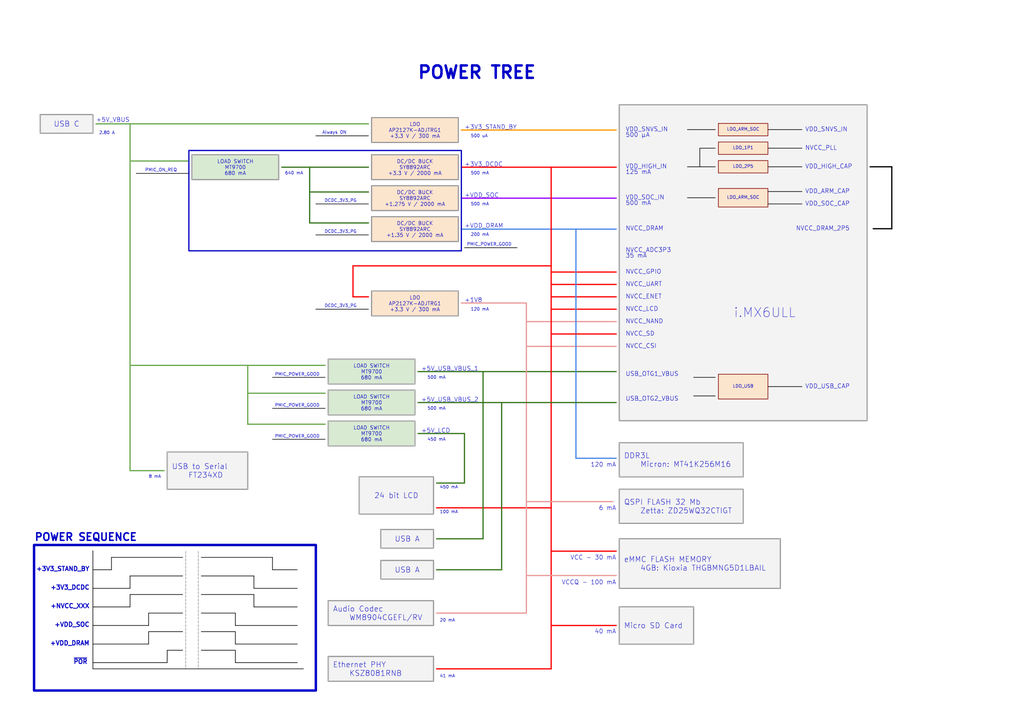
<source format=kicad_sch>
(kicad_sch
	(version 20250114)
	(generator "eeschema")
	(generator_version "9.0")
	(uuid "00578cd8-f4f4-4bf4-b4e3-52cbb688d8c6")
	(paper "A3")
	(title_block
		(title "i.MX6 Demo Board")
		(date "2026-02-16")
		(rev "01")
		(company "ts-manuel")
	)
	(lib_symbols)
	(rectangle
		(start 314.96 50.6222)
		(end 294.64 55.7022)
		(stroke
			(width 0.254)
			(type solid)
			(color 128 0 0 1)
		)
		(fill
			(type color)
			(color 252 229 205 1)
		)
		(uuid 1521be62-fe8a-4f1a-b49e-f5c5a6ce7605)
	)
	(rectangle
		(start 13.97 223.52)
		(end 129.54 283.21)
		(stroke
			(width 1)
			(type default)
		)
		(fill
			(type none)
		)
		(uuid 71bb15f5-ea65-4d3f-a000-a51242a40890)
	)
	(rectangle
		(start 314.96 77.2922)
		(end 294.64 84.9122)
		(stroke
			(width 0.254)
			(type solid)
			(color 128 0 0 1)
		)
		(fill
			(type color)
			(color 252 229 205 1)
		)
		(uuid 854afa2b-b5be-431c-b03d-c3613650d83f)
	)
	(rectangle
		(start 314.96 65.8622)
		(end 294.64 70.9422)
		(stroke
			(width 0.254)
			(type solid)
			(color 128 0 0 1)
		)
		(fill
			(type color)
			(color 252 229 205 1)
		)
		(uuid 9bfa61db-b5c8-4816-91e0-748472709fd0)
	)
	(rectangle
		(start 314.96 153.4922)
		(end 294.64 163.6522)
		(stroke
			(width 0.254)
			(type solid)
			(color 128 0 0 1)
		)
		(fill
			(type color)
			(color 252 229 205 1)
		)
		(uuid b3054910-9eb1-4520-a0be-a0d4f0f4fdc8)
	)
	(rectangle
		(start 254 43.0022)
		(end 355.6 172.5422)
		(stroke
			(width 0.508)
			(type solid)
			(color 153 153 153 1)
		)
		(fill
			(type color)
			(color 243 243 243 1)
		)
		(uuid c935a711-df38-43c5-87a0-644c1a295b5b)
	)
	(rectangle
		(start 77.47 61.722)
		(end 189.23 102.87)
		(stroke
			(width 0.5)
			(type default)
		)
		(fill
			(type none)
		)
		(uuid c9d52e32-b886-4aa6-8af0-bdec53dd766c)
	)
	(rectangle
		(start 314.96 58.2422)
		(end 294.64 63.3222)
		(stroke
			(width 0.254)
			(type solid)
			(color 128 0 0 1)
		)
		(fill
			(type color)
			(color 252 229 205 1)
		)
		(uuid dda0a3ae-7ad2-4809-b2e3-531b625897d6)
	)
	(text ""
		(exclude_from_sim no)
		(at 302.26 208.1022 0)
		(effects
			(font
				(size 1.27 1.27)
			)
			(justify left)
		)
		(uuid "02e3c07d-c9d0-4ee8-9f83-3d410881f512")
	)
	(text "+5V_LCD"
		(exclude_from_sim no)
		(at 172.72 177.8 0)
		(effects
			(font
				(size 1.778 1.778)
			)
			(justify left bottom)
		)
		(uuid "0b3f125d-037b-4548-b59b-e8f9cad2b6b8")
	)
	(text "125 mA"
		(exclude_from_sim no)
		(at 256.54 69.6722 0)
		(effects
			(font
				(size 1.778 1.778)
			)
			(justify left top)
		)
		(uuid "0e06860c-a32c-48bf-9246-f6cd5373a449")
	)
	(text "500 uA"
		(exclude_from_sim no)
		(at 193.04 55.88 0)
		(effects
			(font
				(size 1.27 1.27)
			)
			(justify left)
		)
		(uuid "12df0d57-5f3f-4762-b850-e34b0249bb62")
	)
	(text "VDD_SOC_IN"
		(exclude_from_sim no)
		(at 256.54 81.1022 0)
		(effects
			(font
				(size 1.778 1.778)
			)
			(justify left)
		)
		(uuid "140abeb8-c11e-4456-a084-9060215c3795")
	)
	(text "NVCC_NAND"
		(exclude_from_sim no)
		(at 256.54 131.9022 0)
		(effects
			(font
				(size 1.778 1.778)
			)
			(justify left)
		)
		(uuid "1a302f49-5232-4346-9ce9-982cfe62b303")
	)
	(text "+VDD_DRAM"
		(exclude_from_sim no)
		(at 190.5 93.8022 0)
		(effects
			(font
				(size 1.778 1.778)
			)
			(justify left bottom)
		)
		(uuid "20f8b0b8-ad4b-4827-af3c-b29c8f5d4d0a")
	)
	(text "+3V3_DCDC"
		(exclude_from_sim no)
		(at 36.83 241.1222 0)
		(effects
			(font
				(size 1.8 1.8)
				(bold yes)
			)
			(justify right)
		)
		(uuid "212d42c0-678f-418b-baf6-4b2276ec93d3")
	)
	(text "NVCC_DRAM"
		(exclude_from_sim no)
		(at 256.54 93.8022 0)
		(effects
			(font
				(size 1.778 1.778)
			)
			(justify left)
		)
		(uuid "25fa729d-42d8-4e44-a488-03dcf22be0ed")
	)
	(text "VDD_SNVS_IN"
		(exclude_from_sim no)
		(at 330.2 53.1622 0)
		(effects
			(font
				(size 1.778 1.778)
			)
			(justify left)
		)
		(uuid "2798a035-8de8-4be4-8d11-3fe60d4c30ce")
	)
	(text "450 mA"
		(exclude_from_sim no)
		(at 180.34 200.66 0)
		(effects
			(font
				(size 1.27 1.27)
			)
			(justify left bottom)
		)
		(uuid "2826b154-4557-4de0-b1ad-afc0dd6cb42e")
	)
	(text "8 mA"
		(exclude_from_sim no)
		(at 60.96 195.58 0)
		(effects
			(font
				(size 1.27 1.27)
			)
			(justify left)
		)
		(uuid "2cce798f-fa1c-4d72-924d-838a7fec83cb")
	)
	(text "POWER SEQUENCE"
		(exclude_from_sim no)
		(at 13.97 222.25 0)
		(effects
			(font
				(size 3.048 3.048)
				(bold yes)
			)
			(justify left bottom)
		)
		(uuid "3099e724-fa4b-4375-b46f-be77bef6f602")
	)
	(text "VDD_ARM_CAP"
		(exclude_from_sim no)
		(at 330.2 78.5622 0)
		(effects
			(font
				(size 1.778 1.778)
			)
			(justify left)
		)
		(uuid "34d07535-fd42-4238-8233-8dfbc41fb0a3")
	)
	(text "2.80 A"
		(exclude_from_sim no)
		(at 40.64 54.61 0)
		(effects
			(font
				(size 1.27 1.27)
			)
			(justify left)
		)
		(uuid "3602d7d4-e9ea-4568-bd14-8c61d6a140a5")
	)
	(text "VDD_USB_CAP"
		(exclude_from_sim no)
		(at 330.2 158.5722 0)
		(effects
			(font
				(size 1.778 1.778)
			)
			(justify left)
		)
		(uuid "37ff2645-635a-4605-8f51-70f1f69fe026")
	)
	(text "NVCC_UART"
		(exclude_from_sim no)
		(at 256.54 116.6622 0)
		(effects
			(font
				(size 1.778 1.778)
			)
			(justify left)
		)
		(uuid "3a092e76-91d2-4e9a-ab63-482ddc1e19cf")
	)
	(text "PMIC_POWER_GOOD"
		(exclude_from_sim no)
		(at 200.66 100.33 0)
		(effects
			(font
				(size 1.27 1.27)
			)
		)
		(uuid "3a3cec7f-7c97-460c-8a28-765c7d039056")
	)
	(text "+3V3_STAND_BY"
		(exclude_from_sim no)
		(at 36.83 233.5022 0)
		(effects
			(font
				(size 1.8 1.8)
				(bold yes)
			)
			(justify right)
		)
		(uuid "403169d0-a25c-4ef1-94c1-b88d923a3b99")
	)
	(text "i.MX6ULL"
		(exclude_from_sim no)
		(at 313.69 130.6322 0)
		(effects
			(font
				(size 3.81 3.81)
			)
			(justify bottom)
		)
		(uuid "403acee6-048a-4cbe-bb05-e529bbb577c6")
	)
	(text "500 mA"
		(exclude_from_sim no)
		(at 175.26 154.94 0)
		(effects
			(font
				(size 1.27 1.27)
			)
			(justify left)
		)
		(uuid "40841df2-b035-484e-bda6-e141802c4bc8")
	)
	(text "VDD_HIGH_CAP"
		(exclude_from_sim no)
		(at 330.2 68.4022 0)
		(effects
			(font
				(size 1.778 1.778)
			)
			(justify left)
		)
		(uuid "40f0eb1f-bb97-47df-8aad-5f29e5742ebc")
	)
	(text "NVCC_ENET"
		(exclude_from_sim no)
		(at 256.54 121.7422 0)
		(effects
			(font
				(size 1.778 1.778)
			)
			(justify left)
		)
		(uuid "488364ba-e838-4e3d-8127-fe9500e6622d")
	)
	(text "120 mA"
		(exclude_from_sim no)
		(at 252.73 191.77 0)
		(effects
			(font
				(size 1.778 1.778)
			)
			(justify right bottom)
		)
		(uuid "48b5d42d-7f5b-4202-a137-f651de275387")
	)
	(text "VCCQ - 100 mA"
		(exclude_from_sim no)
		(at 252.73 240.03 0)
		(effects
			(font
				(size 1.778 1.778)
			)
			(justify right bottom)
		)
		(uuid "4bc95edd-0cd7-4137-abf9-dbb5a2293bb2")
	)
	(text "NVCC_GPIO"
		(exclude_from_sim no)
		(at 256.54 111.5822 0)
		(effects
			(font
				(size 1.778 1.778)
			)
			(justify left)
		)
		(uuid "4c3b61cb-2621-4f84-9360-cd1ed2c5c051")
	)
	(text "+VDD_SOC"
		(exclude_from_sim no)
		(at 36.83 256.3622 0)
		(effects
			(font
				(size 1.8 1.8)
				(bold yes)
			)
			(justify right)
		)
		(uuid "4d0d0f11-4be1-47a1-a9bc-7757e8206d3f")
	)
	(text "LDO_USB"
		(exclude_from_sim no)
		(at 304.8 158.5722 0)
		(effects
			(font
				(size 1.27 1.27)
			)
		)
		(uuid "4f9bfbbf-351f-45c5-96b5-26764f737966")
	)
	(text "450 mA"
		(exclude_from_sim no)
		(at 175.26 180.34 0)
		(effects
			(font
				(size 1.27 1.27)
			)
			(justify left)
		)
		(uuid "501197bf-7cfd-4a98-a023-7d5e6e3bc180")
	)
	(text "NVCC_SD"
		(exclude_from_sim no)
		(at 256.54 136.9822 0)
		(effects
			(font
				(size 1.778 1.778)
			)
			(justify left)
		)
		(uuid "521ee701-e48c-43d4-a36d-b89a4eabe871")
	)
	(text "120 mA"
		(exclude_from_sim no)
		(at 193.04 127 0)
		(effects
			(font
				(size 1.27 1.27)
			)
			(justify left)
		)
		(uuid "5769108f-601c-4287-a84d-9d8fea69bfe7")
	)
	(text "+3V3_DCDC"
		(exclude_from_sim no)
		(at 190.5 68.58 0)
		(effects
			(font
				(size 1.778 1.778)
			)
			(justify left bottom)
		)
		(uuid "5a53be9b-40de-4703-9f2c-b22ed48d5662")
	)
	(text "Always ON"
		(exclude_from_sim no)
		(at 137.16 54.4322 0)
		(effects
			(font
				(size 1.27 1.27)
			)
		)
		(uuid "5bd2e7de-7a3a-4b19-a089-d1af430ad148")
	)
	(text "VCC - 30 mA"
		(exclude_from_sim no)
		(at 252.73 229.87 0)
		(effects
			(font
				(size 1.778 1.778)
			)
			(justify right bottom)
		)
		(uuid "5e09ee7d-2ecc-4716-926e-277c3825a5bf")
	)
	(text "NVCC_PLL"
		(exclude_from_sim no)
		(at 330.2 60.7822 0)
		(effects
			(font
				(size 1.778 1.778)
			)
			(justify left)
		)
		(uuid "67fecc0e-d8af-4b69-90fe-53575770aa30")
	)
	(text "PMIC_POWER_GOOD"
		(exclude_from_sim no)
		(at 121.92 179.07 0)
		(effects
			(font
				(size 1.27 1.27)
			)
		)
		(uuid "6b9fdd72-233a-4f16-9b78-d1d0c8e94360")
	)
	(text "LDO_ARM_SOC"
		(exclude_from_sim no)
		(at 304.8 81.1022 0)
		(effects
			(font
				(size 1.27 1.27)
			)
		)
		(uuid "6bd52af5-5ce8-42bc-929c-b1174c0d8d4b")
	)
	(text "USB_OTG1_VBUS"
		(exclude_from_sim no)
		(at 256.54 153.4922 0)
		(effects
			(font
				(size 1.778 1.778)
			)
			(justify left)
		)
		(uuid "6ed1ad3b-b6dd-42e2-8628-d08ccae47238")
	)
	(text "41 mA"
		(exclude_from_sim no)
		(at 180.34 278.13 0)
		(effects
			(font
				(size 1.27 1.27)
			)
			(justify left bottom)
		)
		(uuid "71f772b7-3ab1-467a-8cdb-e410e2af7901")
	)
	(text "DCDC_3V3_PG"
		(exclude_from_sim no)
		(at 139.7 82.3722 0)
		(effects
			(font
				(size 1.27 1.27)
			)
		)
		(uuid "72043abd-0b32-40b0-a49d-31f3c966d207")
	)
	(text "500 µA"
		(exclude_from_sim no)
		(at 256.54 54.4322 0)
		(effects
			(font
				(size 1.778 1.778)
			)
			(justify left top)
		)
		(uuid "73222e87-4354-43f9-af85-81075b735cd0")
	)
	(text "PMIC_POWER_GOOD"
		(exclude_from_sim no)
		(at 121.92 153.67 0)
		(effects
			(font
				(size 1.27 1.27)
			)
		)
		(uuid "74acdc7d-10a0-48cc-8607-56107ef50d3d")
	)
	(text "200 mA"
		(exclude_from_sim no)
		(at 193.04 96.3422 0)
		(effects
			(font
				(size 1.27 1.27)
			)
			(justify left)
		)
		(uuid "75a4066b-751b-43ca-bdc1-d61d8b86d277")
	)
	(text "100 mA"
		(exclude_from_sim no)
		(at 180.34 210.82 0)
		(effects
			(font
				(size 1.27 1.27)
			)
			(justify left bottom)
		)
		(uuid "792121b6-6a8f-46b0-b8e2-aea69b915358")
	)
	(text "NVCC_DRAM_2P5"
		(exclude_from_sim no)
		(at 326.39 93.8022 0)
		(effects
			(font
				(size 1.778 1.778)
			)
			(justify left)
		)
		(uuid "7c8c3ae3-e41b-40d2-bed6-b6be1969d370")
	)
	(text "VDD_SNVS_IN"
		(exclude_from_sim no)
		(at 256.54 53.1622 0)
		(effects
			(font
				(size 1.778 1.778)
			)
			(justify left)
		)
		(uuid "7dd17b10-0ba3-4063-bf19-2a584d76045e")
	)
	(text "500 mA"
		(exclude_from_sim no)
		(at 193.04 71.12 0)
		(effects
			(font
				(size 1.27 1.27)
			)
			(justify left)
		)
		(uuid "83db50e7-2c9f-4640-a834-6fefcde2fee1")
	)
	(text "DCDC_3V3_PG"
		(exclude_from_sim no)
		(at 139.7 125.5522 0)
		(effects
			(font
				(size 1.27 1.27)
			)
		)
		(uuid "884d2fc5-d003-49bc-bbf9-adc243503a61")
	)
	(text "640 mA"
		(exclude_from_sim no)
		(at 116.84 71.12 0)
		(effects
			(font
				(size 1.27 1.27)
			)
			(justify left)
		)
		(uuid "89188325-be55-4d17-abe6-e3bc7e6160a0")
	)
	(text "500 mA"
		(exclude_from_sim no)
		(at 256.54 82.3722 0)
		(effects
			(font
				(size 1.778 1.778)
			)
			(justify left top)
		)
		(uuid "8b63491b-7266-470a-924a-c78e8af9ee43")
	)
	(text "500 mA"
		(exclude_from_sim no)
		(at 175.26 167.64 0)
		(effects
			(font
				(size 1.27 1.27)
			)
			(justify left)
		)
		(uuid "8c3a0824-941a-4cfa-8e16-465924b8edfb")
	)
	(text "20 mA"
		(exclude_from_sim no)
		(at 180.34 255.27 0)
		(effects
			(font
				(size 1.27 1.27)
			)
			(justify left bottom)
		)
		(uuid "8ddcfc98-8b07-4ccb-bed5-0595e0aa8930")
	)
	(text "PMIC_ON_REQ"
		(exclude_from_sim no)
		(at 66.04 69.85 0)
		(effects
			(font
				(size 1.27 1.27)
			)
		)
		(uuid "9086d82b-ad20-4c83-827b-9bd7529c8d21")
	)
	(text "~{POR}"
		(exclude_from_sim no)
		(at 33.02 271.6022 0)
		(effects
			(font
				(size 1.8 1.8)
				(bold yes)
			)
		)
		(uuid "9a768707-c066-4b8a-b902-cbc67919a947")
	)
	(text "PMIC_POWER_GOOD"
		(exclude_from_sim no)
		(at 121.92 166.37 0)
		(effects
			(font
				(size 1.27 1.27)
			)
		)
		(uuid "9f16af31-cd10-41c0-9521-722f0b6441a3")
	)
	(text "500 mA"
		(exclude_from_sim no)
		(at 193.04 83.82 0)
		(effects
			(font
				(size 1.27 1.27)
			)
			(justify left)
		)
		(uuid "9fb7594e-5213-413d-8cde-650c495cb366")
	)
	(text "+VDD_DRAM"
		(exclude_from_sim no)
		(at 36.83 263.9822 0)
		(effects
			(font
				(size 1.8 1.8)
				(bold yes)
			)
			(justify right)
		)
		(uuid "a0f68fa9-5b39-44aa-9929-f81bc2af0240")
	)
	(text "POWER TREE"
		(exclude_from_sim no)
		(at 195.58 32.8422 0)
		(effects
			(font
				(size 5.08 5.08)
				(bold yes)
			)
			(justify bottom)
		)
		(uuid "a43e2078-f09c-48c8-ad1d-c63c04b94cc4")
	)
	(text "+VDD_SOC"
		(exclude_from_sim no)
		(at 190.5 81.28 0)
		(effects
			(font
				(size 1.778 1.778)
			)
			(justify left bottom)
		)
		(uuid "a92e699b-83ff-4de1-b9ac-1652739d601a")
	)
	(text "+1V8"
		(exclude_from_sim no)
		(at 190.5 124.2822 0)
		(effects
			(font
				(size 1.778 1.778)
			)
			(justify left bottom)
		)
		(uuid "ab65b166-d99b-42bc-9aa4-0a110c86d7df")
	)
	(text "+3V3_STAND_BY"
		(exclude_from_sim no)
		(at 190.5 53.34 0)
		(effects
			(font
				(size 1.778 1.778)
			)
			(justify left bottom)
		)
		(uuid "ac0c2368-ecfc-411a-9989-69d35f3ce557")
	)
	(text "VDD_HIGH_IN"
		(exclude_from_sim no)
		(at 256.54 68.4022 0)
		(effects
			(font
				(size 1.778 1.778)
			)
			(justify left)
		)
		(uuid "b78555bc-4933-4635-ab61-3f272b33716d")
	)
	(text "USB_OTG2_VBUS"
		(exclude_from_sim no)
		(at 256.54 163.6522 0)
		(effects
			(font
				(size 1.778 1.778)
			)
			(justify left)
		)
		(uuid "bcafd2d2-d916-408f-833a-0e18d64e70cb")
	)
	(text "NVCC_ADC3P3"
		(exclude_from_sim no)
		(at 256.54 102.6922 0)
		(effects
			(font
				(size 1.778 1.778)
			)
			(justify left)
		)
		(uuid "c24088c7-bf11-4389-8ef0-e072420608bd")
	)
	(text "+5V_USB_VBUS_2"
		(exclude_from_sim no)
		(at 172.72 165.1 0)
		(effects
			(font
				(size 1.778 1.778)
			)
			(justify left bottom)
		)
		(uuid "c48da855-45f3-4caa-a4d1-dc9f40002a6d")
	)
	(text "+NVCC_XXX"
		(exclude_from_sim no)
		(at 36.83 248.7422 0)
		(effects
			(font
				(size 1.8 1.8)
				(bold yes)
			)
			(justify right)
		)
		(uuid "c77a2ef6-fddc-45bb-af8a-335775915c93")
	)
	(text "NVCC_CSI"
		(exclude_from_sim no)
		(at 256.54 142.0622 0)
		(effects
			(font
				(size 1.778 1.778)
			)
			(justify left)
		)
		(uuid "c83451c8-744e-44f0-a25c-f743fe17243f")
	)
	(text "LDO_1P1"
		(exclude_from_sim no)
		(at 304.8 60.7822 0)
		(effects
			(font
				(size 1.27 1.27)
			)
		)
		(uuid "c946fd54-b1aa-4e7e-b8e9-863f9c880d95")
	)
	(text "6 mA"
		(exclude_from_sim no)
		(at 252.73 209.55 0)
		(effects
			(font
				(size 1.778 1.778)
			)
			(justify right bottom)
		)
		(uuid "c9c2b4a9-a341-4772-a69a-677b7cad725a")
	)
	(text "LDO_2P5"
		(exclude_from_sim no)
		(at 304.8 68.4022 0)
		(effects
			(font
				(size 1.27 1.27)
			)
		)
		(uuid "cc0cd582-33b1-415d-b008-58f8244a207b")
	)
	(text "NVCC_LCD"
		(exclude_from_sim no)
		(at 256.54 126.8222 0)
		(effects
			(font
				(size 1.778 1.778)
			)
			(justify left)
		)
		(uuid "cf98befe-f6a8-4de1-bfd3-4cf3ffd0e6d9")
	)
	(text "+5V_VBUS"
		(exclude_from_sim no)
		(at 39.37 48.26 0)
		(effects
			(font
				(size 1.778 1.778)
			)
			(justify left top)
		)
		(uuid "d556685b-9e73-4540-96ac-1f2e0c0e135b")
	)
	(text "+5V_USB_VBUS_1"
		(exclude_from_sim no)
		(at 172.72 152.4 0)
		(effects
			(font
				(size 1.778 1.778)
			)
			(justify left bottom)
		)
		(uuid "d7e3826d-5896-44c1-b30c-b8fc02ff1033")
	)
	(text "LDO_ARM_SOC"
		(exclude_from_sim no)
		(at 304.8 53.1622 0)
		(effects
			(font
				(size 1.27 1.27)
			)
		)
		(uuid "e87ba1d8-14c1-46cd-aeb2-a748de4d1927")
	)
	(text "35 mA"
		(exclude_from_sim no)
		(at 256.54 103.9622 0)
		(effects
			(font
				(size 1.778 1.778)
			)
			(justify left top)
		)
		(uuid "ea6de34d-35f9-4e70-9a8e-14e55713032b")
	)
	(text "VDD_SOC_CAP"
		(exclude_from_sim no)
		(at 330.2 83.6422 0)
		(effects
			(font
				(size 1.778 1.778)
			)
			(justify left)
		)
		(uuid "f217ea6e-9dfd-4817-8e74-7d099d1276ee")
	)
	(text "DCDC_3V3_PG"
		(exclude_from_sim no)
		(at 139.7 95.0722 0)
		(effects
			(font
				(size 1.27 1.27)
			)
		)
		(uuid "f6378093-092c-42ac-9a51-9af6cd4e5cd8")
	)
	(text "40 mA"
		(exclude_from_sim no)
		(at 252.73 260.1722 0)
		(effects
			(font
				(size 1.778 1.778)
			)
			(justify right bottom)
		)
		(uuid "fac96306-f7e7-49c7-b4e1-2119871ff358")
	)
	(text_box "LDO\nAP2127K-ADJTRG1\n+3.3 V / 300 mA"
		(exclude_from_sim no)
		(at 152.4 119.38 0)
		(size 35.56 10.16)
		(margins 1.375 1.375 1.375 1.375)
		(stroke
			(width 0.5)
			(type default)
			(color 153 153 153 1)
		)
		(fill
			(type color)
			(color 252 229 205 1)
		)
		(effects
			(font
				(size 1.5 1.5)
			)
		)
		(uuid "08f2434e-e114-4fe3-950c-6706e3c22448")
	)
	(text_box "Ethernet PHY\n    KSZ8081RNB"
		(exclude_from_sim no)
		(at 134.62 269.24 0)
		(size 43.18 10.16)
		(margins 1.9 1.9 1.9 1.9)
		(stroke
			(width 0.5)
			(type default)
			(color 153 153 153 1)
		)
		(fill
			(type color)
			(color 243 243 243 1)
		)
		(effects
			(font
				(size 2.2 2.2)
			)
			(justify left)
		)
		(uuid "0fb2e689-f437-4777-9ab1-7ed9ea71310e")
	)
	(text_box "LOAD SWITCH\nMT9700\n680 mA"
		(exclude_from_sim no)
		(at 78.74 63.5 0)
		(size 35.56 10.16)
		(margins 1.375 1.375 1.375 1.375)
		(stroke
			(width 0.5)
			(type default)
			(color 153 153 153 1)
		)
		(fill
			(type color)
			(color 217 234 211 1)
		)
		(effects
			(font
				(size 1.5 1.5)
			)
		)
		(uuid "43ebe505-fc1d-4fd3-ae3b-38796006848c")
	)
	(text_box "USB to Serial\n    FT234XD"
		(exclude_from_sim no)
		(at 68.58 185.42 0)
		(size 33.02 15.24)
		(margins 1.9 1.9 1.9 1.9)
		(stroke
			(width 0.5)
			(type default)
			(color 153 153 153 1)
		)
		(fill
			(type color)
			(color 243 243 243 1)
		)
		(effects
			(font
				(size 2.2 2.2)
			)
			(justify left)
		)
		(uuid "5c53f88e-2ed0-468e-9f62-af893840f6b9")
	)
	(text_box "LOAD SWITCH\nMT9700\n680 mA"
		(exclude_from_sim no)
		(at 134.62 172.72 0)
		(size 35.56 10.16)
		(margins 1.375 1.375 1.375 1.375)
		(stroke
			(width 0.5)
			(type default)
			(color 153 153 153 1)
		)
		(fill
			(type color)
			(color 217 234 211 1)
		)
		(effects
			(font
				(size 1.5 1.5)
			)
		)
		(uuid "74b0a688-e973-43f0-a787-cbe89fa35301")
	)
	(text_box "DC/DC BUCK\nSY8892ARC\n+3.3 V / 2000 mA"
		(exclude_from_sim no)
		(at 152.4 63.5 0)
		(size 35.56 10.16)
		(margins 1.375 1.375 1.375 1.375)
		(stroke
			(width 0.5)
			(type default)
			(color 153 153 153 1)
		)
		(fill
			(type color)
			(color 252 229 205 1)
		)
		(effects
			(font
				(size 1.5 1.5)
			)
		)
		(uuid "807a40ec-2331-4d60-b798-ab1b5c19f41b")
	)
	(text_box "LDO\nAP2127K-ADJTRG1\n+3.3 V / 300 mA"
		(exclude_from_sim no)
		(at 152.4 48.26 0)
		(size 35.56 10.16)
		(margins 1.375 1.375 1.375 1.375)
		(stroke
			(width 0.5)
			(type default)
			(color 153 153 153 1)
		)
		(fill
			(type color)
			(color 252 229 205 1)
		)
		(effects
			(font
				(size 1.5 1.5)
			)
		)
		(uuid "8505a017-4fe6-4492-9d4e-86c37c76cb80")
	)
	(text_box "DC/DC BUCK\nSY8892ARC\n+1.275 V / 2000 mA"
		(exclude_from_sim no)
		(at 152.4 76.2 0)
		(size 35.56 10.16)
		(margins 1.375 1.375 1.375 1.375)
		(stroke
			(width 0.5)
			(type default)
			(color 153 153 153 1)
		)
		(fill
			(type color)
			(color 252 229 205 1)
		)
		(effects
			(font
				(size 1.5 1.5)
			)
		)
		(uuid "89ed9c7b-799f-4c10-b0a5-a9a6dd601a18")
	)
	(text_box "LOAD SWITCH\nMT9700\n680 mA"
		(exclude_from_sim no)
		(at 134.62 147.32 0)
		(size 35.56 10.16)
		(margins 1.375 1.375 1.375 1.375)
		(stroke
			(width 0.5)
			(type default)
			(color 153 153 153 1)
		)
		(fill
			(type color)
			(color 217 234 211 1)
		)
		(effects
			(font
				(size 1.5 1.5)
			)
		)
		(uuid "8f937440-aa6e-46ce-bc7a-30f7eaff0f89")
	)
	(text_box "Audio Codec\n    WM8904CGEFL/RV"
		(exclude_from_sim no)
		(at 134.62 246.38 0)
		(size 43.18 10.16)
		(margins 1.9 1.9 1.9 1.9)
		(stroke
			(width 0.5)
			(type default)
			(color 153 153 153 1)
		)
		(fill
			(type color)
			(color 243 243 243 1)
		)
		(effects
			(font
				(size 2.2 2.2)
			)
			(justify left)
		)
		(uuid "97a657bb-1c07-4b46-807b-ab4d862b57a4")
	)
	(text_box "eMMC FLASH MEMORY\n    4GB: Kioxia THGBMNG5D1LBAIL"
		(exclude_from_sim no)
		(at 254 220.98 0)
		(size 66.04 20.32)
		(margins 1.9 1.9 1.9 1.9)
		(stroke
			(width 0.5)
			(type default)
			(color 153 153 153 1)
		)
		(fill
			(type color)
			(color 243 243 243 1)
		)
		(effects
			(font
				(size 2.2 2.2)
			)
			(justify left)
		)
		(uuid "9a8dda86-e429-4848-86d4-8a40bb01832c")
	)
	(text_box "USB A"
		(exclude_from_sim no)
		(at 156.21 229.87 0)
		(size 21.59 7.62)
		(margins 1.9 1.9 1.9 1.9)
		(stroke
			(width 0.5)
			(type default)
			(color 153 153 153 1)
		)
		(fill
			(type color)
			(color 243 243 243 1)
		)
		(effects
			(font
				(size 2.2 2.2)
			)
		)
		(uuid "b632ef62-b430-473d-972e-83e1cad92e11")
	)
	(text_box "USB C"
		(exclude_from_sim no)
		(at 16.51 46.99 0)
		(size 21.59 7.62)
		(margins 1.9 1.9 1.9 1.9)
		(stroke
			(width 0.5)
			(type default)
			(color 153 153 153 1)
		)
		(fill
			(type color)
			(color 243 243 243 1)
		)
		(effects
			(font
				(size 2.2 2.2)
			)
		)
		(uuid "d0e104b9-00b3-45d3-a21c-addde7c614b6")
	)
	(text_box "QSPI FLASH 32 Mb\n    Zetta: ZD25WQ32CTIGT"
		(exclude_from_sim no)
		(at 254 200.66 0)
		(size 50.8 13.97)
		(margins 1.9 1.9 1.9 1.9)
		(stroke
			(width 0.5)
			(type default)
			(color 153 153 153 1)
		)
		(fill
			(type color)
			(color 243 243 243 1)
		)
		(effects
			(font
				(size 2.2 2.2)
			)
			(justify left)
		)
		(uuid "dfdade93-a778-489d-a1bb-f6b435c796e8")
	)
	(text_box "LOAD SWITCH\nMT9700\n680 mA"
		(exclude_from_sim no)
		(at 134.62 160.02 0)
		(size 35.56 10.16)
		(margins 1.375 1.375 1.375 1.375)
		(stroke
			(width 0.5)
			(type default)
			(color 153 153 153 1)
		)
		(fill
			(type color)
			(color 217 234 211 1)
		)
		(effects
			(font
				(size 1.5 1.5)
			)
		)
		(uuid "e1371ca3-c5f6-4f34-bf86-5a0be11a8147")
	)
	(text_box "Micro SD Card"
		(exclude_from_sim no)
		(at 254 248.92 0)
		(size 30.48 15.24)
		(margins 1.9 1.9 1.9 1.9)
		(stroke
			(width 0.5)
			(type default)
			(color 153 153 153 1)
		)
		(fill
			(type color)
			(color 243 243 243 1)
		)
		(effects
			(font
				(size 2.2 2.2)
			)
			(justify left)
		)
		(uuid "e88f67a1-0239-4791-b3ef-27c6cced2c45")
	)
	(text_box "24 bit LCD"
		(exclude_from_sim no)
		(at 147.32 195.58 0)
		(size 30.48 15.24)
		(margins 1.9 1.9 1.9 1.9)
		(stroke
			(width 0.5)
			(type default)
			(color 153 153 153 1)
		)
		(fill
			(type color)
			(color 243 243 243 1)
		)
		(effects
			(font
				(size 2.2 2.2)
			)
		)
		(uuid "ee3d81c7-6976-48da-b8d6-db64ee71e0c4")
	)
	(text_box "USB A"
		(exclude_from_sim no)
		(at 156.21 217.17 0)
		(size 21.59 7.62)
		(margins 1.9 1.9 1.9 1.9)
		(stroke
			(width 0.5)
			(type default)
			(color 153 153 153 1)
		)
		(fill
			(type color)
			(color 243 243 243 1)
		)
		(effects
			(font
				(size 2.2 2.2)
			)
		)
		(uuid "f162e463-8284-4986-87be-9c9d8fd34f82")
	)
	(text_box "DC/DC BUCK\nSY8892ARC\n+1.35 V / 2000 mA"
		(exclude_from_sim no)
		(at 152.4 88.9 0)
		(size 35.56 10.16)
		(margins 1.375 1.375 1.375 1.375)
		(stroke
			(width 0.5)
			(type default)
			(color 153 153 153 1)
		)
		(fill
			(type color)
			(color 252 229 205 1)
		)
		(effects
			(font
				(size 1.5 1.5)
			)
		)
		(uuid "f71f2bc1-e235-42e5-a5af-927f083b8432")
	)
	(text_box "DDR3L\n    Micron: MT41K256M16"
		(exclude_from_sim no)
		(at 254 181.61 0)
		(size 50.8 13.97)
		(margins 1.9 1.9 1.9 1.9)
		(stroke
			(width 0.5)
			(type default)
			(color 153 153 153 1)
		)
		(fill
			(type color)
			(color 243 243 243 1)
		)
		(effects
			(font
				(size 2.2 2.2)
			)
			(justify left)
		)
		(uuid "f9a7cb38-9a1c-4952-a2cf-b38d9d04de86")
	)
	(polyline
		(pts
			(xy 144.78 109.0422) (xy 226.06 109.0422)
		)
		(stroke
			(width 0.508)
			(type solid)
			(color 255 0 0 1)
		)
		(uuid "003977ed-fd0d-4d4a-ad83-d2f6bcf8ef73")
	)
	(polyline
		(pts
			(xy 82.55 251.46) (xy 96.52 251.46)
		)
		(stroke
			(width 0.254)
			(type solid)
			(color 0 0 0 1)
		)
		(uuid "00a97b48-b772-433d-8b05-f9b60208aa24")
	)
	(polyline
		(pts
			(xy 96.52 271.78) (xy 96.52 266.7)
		)
		(stroke
			(width 0.254)
			(type solid)
			(color 0 0 0 1)
		)
		(uuid "04496e7c-6ed4-4c28-a317-51390b27672a")
	)
	(polyline
		(pts
			(xy 236.22 93.98) (xy 236.22 187.96)
		)
		(stroke
			(width 0.508)
			(type solid)
			(color 74 134 232 1)
		)
		(uuid "091ca05a-0c5c-4d5d-8735-8fa6b92e8eea")
	)
	(polyline
		(pts
			(xy 53.34 243.84) (xy 74.93 243.84)
		)
		(stroke
			(width 0.254)
			(type solid)
			(color 0 0 0 1)
		)
		(uuid "0ae669f6-0a25-44de-8915-88397aae3d3e")
	)
	(polyline
		(pts
			(xy 144.78 121.7422) (xy 144.78 109.0422)
		)
		(stroke
			(width 0.508)
			(type solid)
			(color 255 0 0 1)
		)
		(uuid "0e91c86c-652f-40c6-9464-f4e5567b49f7")
	)
	(polyline
		(pts
			(xy 284.48 154.7622) (xy 293.37 154.7622)
		)
		(stroke
			(width 0.254)
			(type solid)
			(color 0 0 0 1)
		)
		(uuid "0fcb775d-0ade-4685-ba9f-7689ea4a127a")
	)
	(polyline
		(pts
			(xy 314.96 60.7822) (xy 328.93 60.7822)
		)
		(stroke
			(width 0.254)
			(type solid)
			(color 0 0 0 1)
		)
		(uuid "113e1ebd-b68b-4ea5-a429-3cf11c959c0d")
	)
	(polyline
		(pts
			(xy 226.06 274.32) (xy 179.07 274.32)
		)
		(stroke
			(width 0.508)
			(type solid)
			(color 255 0 0 1)
		)
		(uuid "1274db4f-e54b-4f42-a4ea-a745a2bcfd1a")
	)
	(polyline
		(pts
			(xy 45.72 228.6) (xy 74.93 228.6)
		)
		(stroke
			(width 0.254)
			(type solid)
			(color 0 0 0 1)
		)
		(uuid "168ff192-bbc5-4c22-b5d0-4092d4b7963a")
	)
	(polyline
		(pts
			(xy 53.34 149.86) (xy 101.6 149.86)
		)
		(stroke
			(width 0.508)
			(type solid)
			(color 106 168 79 1)
		)
		(uuid "18a1a6fb-f7ea-43df-ab82-5e7ff2a9dac2")
	)
	(polyline
		(pts
			(xy 189.23 124.2822) (xy 215.9 124.2822)
		)
		(stroke
			(width 0.508)
			(type solid)
			(color 234 153 153 1)
		)
		(uuid "1cbeb8b8-e1f0-4cc5-bde0-016564205c5b")
	)
	(polyline
		(pts
			(xy 38.1 271.78) (xy 68.58 271.78)
		)
		(stroke
			(width 0.254)
			(type solid)
			(color 0 0 0 1)
		)
		(uuid "1de9483f-46fd-4419-a552-4e405aad02b8")
	)
	(polyline
		(pts
			(xy 198.12 152.4) (xy 198.12 220.98)
		)
		(stroke
			(width 0.508)
			(type solid)
			(color 56 118 29 1)
		)
		(uuid "2125af1c-b4e1-479f-ba51-40bbb8a024f7")
	)
	(polyline
		(pts
			(xy 365.76 68.4022) (xy 365.76 93.8022)
		)
		(stroke
			(width 0.508)
			(type solid)
			(color 0 0 0 1)
		)
		(uuid "222e0781-68bf-487e-b999-e129fa0b48bf")
	)
	(polyline
		(pts
			(xy 252.73 126.8222) (xy 226.06 126.8222)
		)
		(stroke
			(width 0.508)
			(type solid)
			(color 255 0 0 1)
		)
		(uuid "226196e6-0749-484c-a4db-aadac7623bb1")
	)
	(polyline
		(pts
			(xy 252.73 116.6622) (xy 226.06 116.6622)
		)
		(stroke
			(width 0.508)
			(type solid)
			(color 255 0 0 1)
		)
		(uuid "242d4867-ecce-4e3d-b6f3-4400ab15aa92")
	)
	(polyline
		(pts
			(xy 38.1 233.68) (xy 45.72 233.68)
		)
		(stroke
			(width 0.254)
			(type solid)
			(color 0 0 0 1)
		)
		(uuid "2506112e-71a8-44ae-bb83-d73dbd25239f")
	)
	(polyline
		(pts
			(xy 101.6 149.86) (xy 101.6 173.99)
		)
		(stroke
			(width 0.508)
			(type solid)
			(color 106 168 79 1)
		)
		(uuid "295ab2c9-96dd-462f-a809-ac30538c9267")
	)
	(polyline
		(pts
			(xy 96.52 256.54) (xy 121.92 256.54)
		)
		(stroke
			(width 0.254)
			(type solid)
			(color 0 0 0 1)
		)
		(uuid "2b36b7bc-12d1-4509-8738-5f19009a0b91")
	)
	(polyline
		(pts
			(xy 252.73 111.5822) (xy 226.06 111.5822)
		)
		(stroke
			(width 0.508)
			(type solid)
			(color 255 0 0 1)
		)
		(uuid "2f1ba652-4e87-49cf-906e-0ebc08e82768")
	)
	(polyline
		(pts
			(xy 226.06 68.58) (xy 226.06 274.32)
		)
		(stroke
			(width 0.508)
			(type solid)
			(color 255 0 0 1)
		)
		(uuid "30260add-31e7-4dd0-a898-d18ed5952ee5")
	)
	(polyline
		(pts
			(xy 133.35 161.29) (xy 101.6 161.29)
		)
		(stroke
			(width 0.508)
			(type solid)
			(color 106 168 79 1)
		)
		(uuid "30d080a8-7bd6-4505-89f5-2105f9d16fe6")
	)
	(polyline
		(pts
			(xy 252.73 136.9822) (xy 226.06 136.9822)
		)
		(stroke
			(width 0.508)
			(type solid)
			(color 255 0 0 1)
		)
		(uuid "324d5e09-2514-481a-b57d-aa5a7cf129f4")
	)
	(polyline
		(pts
			(xy 151.13 83.6422) (xy 129.54 83.6422)
		)
		(stroke
			(width 0.254)
			(type solid)
			(color 0 0 0 1)
		)
		(uuid "35d15226-a9f3-4f30-9ba3-3d1071bb42ac")
	)
	(polyline
		(pts
			(xy 53.34 241.3) (xy 53.34 236.22)
		)
		(stroke
			(width 0.254)
			(type solid)
			(color 0 0 0 1)
		)
		(uuid "3dfa6548-1122-444a-8831-bf1edede3bca")
	)
	(polyline
		(pts
			(xy 252.73 93.98) (xy 189.23 93.98)
		)
		(stroke
			(width 0.508)
			(type solid)
			(color 74 134 232 1)
		)
		(uuid "4139f7af-65a9-4fe8-8c08-cf68968f4558")
	)
	(polyline
		(pts
			(xy 60.96 259.08) (xy 74.93 259.08)
		)
		(stroke
			(width 0.254)
			(type solid)
			(color 0 0 0 1)
		)
		(uuid "41c3aa99-1de8-43ff-a74c-d8ab986e8e93")
	)
	(polyline
		(pts
			(xy 252.73 226.06) (xy 226.06 226.06)
		)
		(stroke
			(width 0.508)
			(type solid)
			(color 255 0 0 1)
		)
		(uuid "4c5c5276-f053-4dd1-b859-867cb0611f59")
	)
	(polyline
		(pts
			(xy 287.02 68.4022) (xy 287.02 60.7822)
		)
		(stroke
			(width 0.254)
			(type solid)
			(color 0 0 0 1)
		)
		(uuid "4c7b2854-1fed-4769-b6c8-eecb6a75629b")
	)
	(polyline
		(pts
			(xy 76.2 226.06) (xy 76.2 274.32)
		)
		(stroke
			(width 0.1)
			(type dash)
			(color 0 0 0 1)
		)
		(uuid "4f103165-a861-4ad3-b9e8-839149c8ce85")
	)
	(polyline
		(pts
			(xy 151.13 55.7022) (xy 129.54 55.7022)
		)
		(stroke
			(width 0.254)
			(type solid)
			(color 0 0 0 1)
		)
		(uuid "4f721327-80c4-4ba5-8b8e-b119fc728a4d")
	)
	(polyline
		(pts
			(xy 38.1 264.16) (xy 60.96 264.16)
		)
		(stroke
			(width 0.254)
			(type solid)
			(color 0 0 0 1)
		)
		(uuid "56b8a890-55d1-48a4-ab58-165b0056e01e")
	)
	(polyline
		(pts
			(xy 45.72 233.68) (xy 45.72 228.6)
		)
		(stroke
			(width 0.254)
			(type solid)
			(color 0 0 0 1)
		)
		(uuid "59fa02ec-3336-43de-bd1f-d940a3393d00")
	)
	(polyline
		(pts
			(xy 314.96 68.4022) (xy 328.93 68.4022)
		)
		(stroke
			(width 0.254)
			(type solid)
			(color 0 0 0 1)
		)
		(uuid "5a6828b8-2a65-4cad-bd26-09986626b4f6")
	)
	(polyline
		(pts
			(xy 133.35 154.7622) (xy 111.76 154.7622)
		)
		(stroke
			(width 0.254)
			(type solid)
			(color 0 0 0 1)
		)
		(uuid "60c100ae-a1e6-4aa8-bc19-5323dba927d2")
	)
	(polyline
		(pts
			(xy 53.34 50.8) (xy 53.34 149.86)
		)
		(stroke
			(width 0.508)
			(type solid)
			(color 106 168 79 1)
		)
		(uuid "61450e7f-8f7c-43d1-9ab7-a3e1e8096e4f")
	)
	(polyline
		(pts
			(xy 82.55 243.84) (xy 104.14 243.84)
		)
		(stroke
			(width 0.254)
			(type solid)
			(color 0 0 0 1)
		)
		(uuid "61a80a2d-0f99-4a85-8c36-efed85cb6afa")
	)
	(polyline
		(pts
			(xy 198.12 220.98) (xy 179.07 220.98)
		)
		(stroke
			(width 0.508)
			(type solid)
			(color 56 118 29 1)
		)
		(uuid "64554005-b5ba-4fcb-bc15-fd0d6981b23e")
	)
	(polyline
		(pts
			(xy 133.35 180.1622) (xy 111.76 180.1622)
		)
		(stroke
			(width 0.254)
			(type solid)
			(color 0 0 0 1)
		)
		(uuid "64b17823-bd4f-474b-9fb0-22c4fc8fe663")
	)
	(polyline
		(pts
			(xy 151.13 78.74) (xy 127 78.74)
		)
		(stroke
			(width 0.508)
			(type solid)
			(color 56 118 29 1)
		)
		(uuid "67bf8878-65ff-4493-aaaa-895a11dbfcf6")
	)
	(polyline
		(pts
			(xy 252.73 121.7422) (xy 226.06 121.7422)
		)
		(stroke
			(width 0.508)
			(type solid)
			(color 255 0 0 1)
		)
		(uuid "681559ab-57ce-463b-bfb0-a21e405eecb9")
	)
	(polyline
		(pts
			(xy 314.96 78.5622) (xy 328.93 78.5622)
		)
		(stroke
			(width 0.254)
			(type solid)
			(color 0 0 0 1)
		)
		(uuid "6d1601b4-21e7-4649-a8cb-9949a67f6bb4")
	)
	(polyline
		(pts
			(xy 96.52 251.46) (xy 96.52 256.54)
		)
		(stroke
			(width 0.254)
			(type solid)
			(color 0 0 0 1)
		)
		(uuid "6fa66244-5636-426e-bb24-617e6722a08a")
	)
	(polyline
		(pts
			(xy 252.73 68.58) (xy 189.23 68.58)
		)
		(stroke
			(width 0.508)
			(type solid)
			(color 255 0 0 1)
		)
		(uuid "703486b6-fbe8-428c-9b11-6b8c1b23f20b")
	)
	(polyline
		(pts
			(xy 190.5 198.12) (xy 179.07 198.12)
		)
		(stroke
			(width 0.508)
			(type solid)
			(color 56 118 29 1)
		)
		(uuid "736324d0-cff6-4772-91d3-76786d47a6d4")
	)
	(polyline
		(pts
			(xy 127 91.44) (xy 151.13 91.44)
		)
		(stroke
			(width 0.508)
			(type solid)
			(color 56 118 29 1)
		)
		(uuid "75429166-96ac-49f6-b343-371505f3898a")
	)
	(polyline
		(pts
			(xy 171.45 177.8) (xy 190.5 177.8)
		)
		(stroke
			(width 0.508)
			(type solid)
			(color 56 118 29 1)
		)
		(uuid "76fcbb14-6b13-4f1b-8924-006e3f7234ef")
	)
	(polyline
		(pts
			(xy 53.34 248.92) (xy 53.34 243.84)
		)
		(stroke
			(width 0.254)
			(type solid)
			(color 0 0 0 1)
		)
		(uuid "787477ff-39b7-409e-aa20-a1719c0cc080")
	)
	(polyline
		(pts
			(xy 205.74 233.68) (xy 179.07 233.68)
		)
		(stroke
			(width 0.508)
			(type solid)
			(color 56 118 29 1)
		)
		(uuid "7a83deb3-8ede-4145-b53b-54781ba3a467")
	)
	(polyline
		(pts
			(xy 60.96 264.16) (xy 60.96 259.08)
		)
		(stroke
			(width 0.254)
			(type solid)
			(color 0 0 0 1)
		)
		(uuid "7d076a2a-87ff-4d87-b12f-2829d281ff7a")
	)
	(polyline
		(pts
			(xy 38.1 274.32) (xy 124.46 274.32)
		)
		(stroke
			(width 0.254)
			(type solid)
			(color 0 0 0 1)
		)
		(uuid "7fc26c7c-a8f0-4a6d-a87e-6300e29f13a0")
	)
	(polyline
		(pts
			(xy 104.14 241.3) (xy 121.92 241.3)
		)
		(stroke
			(width 0.254)
			(type solid)
			(color 0 0 0 1)
		)
		(uuid "812bd418-6c6e-4c25-a4ee-69c936de7208")
	)
	(polyline
		(pts
			(xy 68.58 271.78) (xy 68.58 266.7)
		)
		(stroke
			(width 0.254)
			(type solid)
			(color 0 0 0 1)
		)
		(uuid "839b0950-948a-44d6-bd5c-840cd6d6f678")
	)
	(polyline
		(pts
			(xy 215.9 124.2822) (xy 215.9 251.46)
		)
		(stroke
			(width 0.508)
			(type solid)
			(color 234 153 153 1)
		)
		(uuid "85139017-5ea2-48d2-912c-ebd4d915081b")
	)
	(polyline
		(pts
			(xy 133.35 167.4622) (xy 111.76 167.4622)
		)
		(stroke
			(width 0.254)
			(type solid)
			(color 0 0 0 1)
		)
		(uuid "860cfb76-bd45-445a-82b6-0aadf421c1aa")
	)
	(polyline
		(pts
			(xy 281.94 81.1022) (xy 293.37 81.1022)
		)
		(stroke
			(width 0.254)
			(type solid)
			(color 0 0 0 1)
		)
		(uuid "8eca1dce-b1b8-4246-bfac-48023ff0e98a")
	)
	(polyline
		(pts
			(xy 252.73 81.28) (xy 189.23 81.28)
		)
		(stroke
			(width 0.508)
			(type solid)
			(color 153 0 255 1)
		)
		(uuid "91da72c3-d6ed-4b5c-bee6-fd127cf636e2")
	)
	(polyline
		(pts
			(xy 151.13 68.58) (xy 115.57 68.58)
		)
		(stroke
			(width 0.508)
			(type solid)
			(color 56 118 29 1)
		)
		(uuid "94b15ef7-74cf-46d4-8251-03f06b547fc7")
	)
	(polyline
		(pts
			(xy 212.09 101.6) (xy 190.5 101.6)
		)
		(stroke
			(width 0.254)
			(type solid)
			(color 0 0 0 1)
		)
		(uuid "99c58ef4-937d-4e85-8ab9-b5225c2d60e1")
	)
	(polyline
		(pts
			(xy 67.31 193.04) (xy 53.34 193.04)
		)
		(stroke
			(width 0.508)
			(type solid)
			(color 106 168 79 1)
		)
		(uuid "99f13a0c-8163-45c9-8b54-2b794383a1e9")
	)
	(polyline
		(pts
			(xy 356.87 68.4022) (xy 365.76 68.4022)
		)
		(stroke
			(width 0.508)
			(type solid)
			(color 0 0 0 1)
		)
		(uuid "99fc3758-e03d-4bc0-baaa-bbbec7e6d108")
	)
	(polyline
		(pts
			(xy 287.02 60.7822) (xy 293.37 60.7822)
		)
		(stroke
			(width 0.254)
			(type solid)
			(color 0 0 0 1)
		)
		(uuid "9a7c5db8-b72b-420b-98af-cc6ca65b2446")
	)
	(polyline
		(pts
			(xy 81.28 226.06) (xy 81.28 274.32)
		)
		(stroke
			(width 0.1)
			(type dash)
			(color 0 0 0 1)
		)
		(uuid "a056d084-91b0-438c-b117-b3a10afae8da")
	)
	(polyline
		(pts
			(xy 133.35 149.86) (xy 101.6 149.86)
		)
		(stroke
			(width 0.508)
			(type solid)
			(color 106 168 79 1)
		)
		(uuid "a14822d5-17a5-4808-b26a-b6b306d2be1b")
	)
	(polyline
		(pts
			(xy 151.13 121.7422) (xy 144.78 121.7422)
		)
		(stroke
			(width 0.508)
			(type solid)
			(color 255 0 0 1)
		)
		(uuid "a85bee37-d1b1-43b5-81fd-febf31341989")
	)
	(polyline
		(pts
			(xy 38.1 225.8822) (xy 38.1 274.32)
		)
		(stroke
			(width 0.254)
			(type solid)
			(color 0 0 0 1)
		)
		(uuid "a968b9e9-df84-40b1-a00b-a93bdc283f45")
	)
	(polyline
		(pts
			(xy 314.96 53.1622) (xy 328.93 53.1622)
		)
		(stroke
			(width 0.254)
			(type solid)
			(color 0 0 0 1)
		)
		(uuid "aa6935c4-bfb5-4515-95c5-178de455d24a")
	)
	(polyline
		(pts
			(xy 38.1 256.54) (xy 60.96 256.54)
		)
		(stroke
			(width 0.254)
			(type solid)
			(color 0 0 0 1)
		)
		(uuid "ad516bb7-a2f5-43a7-a086-1cfdd58a83b8")
	)
	(polyline
		(pts
			(xy 251.46 205.74) (xy 215.9 205.74)
		)
		(stroke
			(width 0.508)
			(type solid)
			(color 234 153 153 1)
		)
		(uuid "aeb9d9f0-d1a8-4a4d-a48b-d23e9f530339")
	)
	(polyline
		(pts
			(xy 133.35 173.99) (xy 101.6 173.99)
		)
		(stroke
			(width 0.508)
			(type solid)
			(color 106 168 79 1)
		)
		(uuid "af882ebe-e5ec-4f98-97f0-21a242201e56")
	)
	(polyline
		(pts
			(xy 53.34 149.86) (xy 53.34 193.04)
		)
		(stroke
			(width 0.508)
			(type solid)
			(color 106 168 79 1)
		)
		(uuid "b2886647-1173-485c-bfe3-b4cc68e2731f")
	)
	(polyline
		(pts
			(xy 314.96 83.6422) (xy 328.93 83.6422)
		)
		(stroke
			(width 0.254)
			(type solid)
			(color 0 0 0 1)
		)
		(uuid "b69b5eed-7081-46b8-8a22-b80d8ebd8477")
	)
	(polyline
		(pts
			(xy 82.55 266.7) (xy 96.52 266.7)
		)
		(stroke
			(width 0.254)
			(type solid)
			(color 0 0 0 1)
		)
		(uuid "b6ce4c2a-c58d-47f1-bee8-cc883d6019c5")
	)
	(polyline
		(pts
			(xy 104.14 243.84) (xy 104.14 248.92)
		)
		(stroke
			(width 0.254)
			(type solid)
			(color 0 0 0 1)
		)
		(uuid "b78b65a9-0c06-4d12-943f-5a7ed96517a1")
	)
	(polyline
		(pts
			(xy 252.73 53.34) (xy 189.23 53.34)
		)
		(stroke
			(width 0.508)
			(type solid)
			(color 255 153 0 1)
		)
		(uuid "b840ce63-46a3-460d-97c5-946c13e3fffb")
	)
	(polyline
		(pts
			(xy 252.73 165.1) (xy 171.45 165.1)
		)
		(stroke
			(width 0.508)
			(type solid)
			(color 56 118 29 1)
		)
		(uuid "b875ae3f-fce6-4541-925d-21f4eacd8df7")
	)
	(polyline
		(pts
			(xy 252.73 256.54) (xy 226.06 256.54)
		)
		(stroke
			(width 0.508)
			(type solid)
			(color 255 0 0 1)
		)
		(uuid "b928782c-7654-42bb-a0d4-6dac16562aad")
	)
	(polyline
		(pts
			(xy 226.06 208.28) (xy 179.07 208.28)
		)
		(stroke
			(width 0.508)
			(type solid)
			(color 255 0 0 1)
		)
		(uuid "c051333b-8e4e-430e-ac05-1eb3ad5d0884")
	)
	(polyline
		(pts
			(xy 365.76 93.8022) (xy 358.14 93.8022)
		)
		(stroke
			(width 0.508)
			(type solid)
			(color 0 0 0 1)
		)
		(uuid "c0b9d110-28c9-48d9-a56a-f61fa2b937b4")
	)
	(polyline
		(pts
			(xy 38.1 241.3) (xy 53.34 241.3)
		)
		(stroke
			(width 0.254)
			(type solid)
			(color 0 0 0 1)
		)
		(uuid "c25b08db-053f-4464-b85a-879509906657")
	)
	(polyline
		(pts
			(xy 77.47 66.04) (xy 53.34 66.04)
		)
		(stroke
			(width 0.508)
			(type solid)
			(color 106 168 79 1)
		)
		(uuid "c54627ca-13fd-43f9-963d-42f64c22b2e3")
	)
	(polyline
		(pts
			(xy 314.96 158.5722) (xy 328.93 158.5722)
		)
		(stroke
			(width 0.254)
			(type solid)
			(color 0 0 0 1)
		)
		(uuid "c6da5ebf-9225-4c40-ae0b-e8948af59766")
	)
	(polyline
		(pts
			(xy 53.34 236.22) (xy 74.93 236.22)
		)
		(stroke
			(width 0.254)
			(type solid)
			(color 0 0 0 1)
		)
		(uuid "c703839f-26f1-4181-aecf-adc7359266f9")
	)
	(polyline
		(pts
			(xy 151.13 50.8) (xy 39.37 50.8)
		)
		(stroke
			(width 0.508)
			(type solid)
			(color 106 168 79 1)
		)
		(uuid "c7b20f11-2543-43e5-a8e3-96eee4f5de77")
	)
	(polyline
		(pts
			(xy 111.76 233.68) (xy 121.92 233.68)
		)
		(stroke
			(width 0.254)
			(type solid)
			(color 0 0 0 1)
		)
		(uuid "c817b537-cacb-46ab-afa0-43af4071cbf8")
	)
	(polyline
		(pts
			(xy 82.55 228.6) (xy 111.76 228.6)
		)
		(stroke
			(width 0.254)
			(type solid)
			(color 0 0 0 1)
		)
		(uuid "cb05cd5f-ace0-4f59-af74-a0e17fd1cfe2")
	)
	(polyline
		(pts
			(xy 77.47 71.12) (xy 55.88 71.12)
		)
		(stroke
			(width 0.254)
			(type solid)
			(color 0 0 0 1)
		)
		(uuid "cb409e39-48ce-46ab-b646-70d5e30f6d06")
	)
	(polyline
		(pts
			(xy 96.52 264.16) (xy 121.92 264.16)
		)
		(stroke
			(width 0.254)
			(type solid)
			(color 0 0 0 1)
		)
		(uuid "ce656445-634d-4db0-9b5a-d6041354c514")
	)
	(polyline
		(pts
			(xy 205.74 165.1) (xy 205.74 233.68)
		)
		(stroke
			(width 0.508)
			(type solid)
			(color 56 118 29 1)
		)
		(uuid "cf428da6-b83b-495f-84a4-bc651b1b24ce")
	)
	(polyline
		(pts
			(xy 111.76 228.6) (xy 111.76 233.68)
		)
		(stroke
			(width 0.254)
			(type solid)
			(color 0 0 0 1)
		)
		(uuid "d3b64e68-c182-4f49-8fd5-fd3f0767eccc")
	)
	(polyline
		(pts
			(xy 252.73 131.9022) (xy 215.9 131.9022)
		)
		(stroke
			(width 0.508)
			(type solid)
			(color 234 153 153 1)
		)
		(uuid "d460e9fb-5a9f-47f7-b7da-5df48925f06e")
	)
	(polyline
		(pts
			(xy 82.55 259.08) (xy 96.52 259.08)
		)
		(stroke
			(width 0.254)
			(type solid)
			(color 0 0 0 1)
		)
		(uuid "d4f529d2-1c19-4fd2-a002-a4eb64daa9f5")
	)
	(polyline
		(pts
			(xy 60.96 251.46) (xy 74.93 251.46)
		)
		(stroke
			(width 0.254)
			(type solid)
			(color 0 0 0 1)
		)
		(uuid "da2879ea-b615-45d2-ba44-302922f6444b")
	)
	(polyline
		(pts
			(xy 68.58 266.7) (xy 74.93 266.7)
		)
		(stroke
			(width 0.254)
			(type solid)
			(color 0 0 0 1)
		)
		(uuid "db239e5a-1e2f-44ee-8fa3-8438dabcb1cd")
	)
	(polyline
		(pts
			(xy 151.13 126.8222) (xy 129.54 126.8222)
		)
		(stroke
			(width 0.254)
			(type solid)
			(color 0 0 0 1)
		)
		(uuid "dc1cc0e4-cc6c-4019-ad04-4f8d9cd3cd55")
	)
	(polyline
		(pts
			(xy 252.73 236.0422) (xy 215.9 236.0422)
		)
		(stroke
			(width 0.508)
			(type solid)
			(color 234 153 153 1)
		)
		(uuid "dccc5ee1-58b5-40bb-a5eb-e4e9bb336fb2")
	)
	(polyline
		(pts
			(xy 104.14 236.22) (xy 104.14 241.3)
		)
		(stroke
			(width 0.254)
			(type solid)
			(color 0 0 0 1)
		)
		(uuid "dd435be7-402b-44d6-8bea-f9889256b980")
	)
	(polyline
		(pts
			(xy 284.48 162.3822) (xy 293.37 162.3822)
		)
		(stroke
			(width 0.254)
			(type solid)
			(color 0 0 0 1)
		)
		(uuid "dd5da05e-cee2-4273-937c-e83b4fc87b2d")
	)
	(polyline
		(pts
			(xy 127 68.58) (xy 127 91.44)
		)
		(stroke
			(width 0.508)
			(type solid)
			(color 56 118 29 1)
		)
		(uuid "de84a193-5730-4f8a-a5ef-57f6d680919e")
	)
	(polyline
		(pts
			(xy 151.13 96.3422) (xy 129.54 96.3422)
		)
		(stroke
			(width 0.254)
			(type solid)
			(color 0 0 0 1)
		)
		(uuid "e4ce7859-4b53-4a17-a061-5e39850e88b4")
	)
	(polyline
		(pts
			(xy 38.1 248.92) (xy 53.34 248.92)
		)
		(stroke
			(width 0.254)
			(type solid)
			(color 0 0 0 1)
		)
		(uuid "e5838760-7208-4dc2-b8af-9890c44680b6")
	)
	(polyline
		(pts
			(xy 236.22 187.96) (xy 252.73 187.96)
		)
		(stroke
			(width 0.508)
			(type solid)
			(color 74 134 232 1)
		)
		(uuid "e7cd375d-d241-416e-9d03-2245028d6551")
	)
	(polyline
		(pts
			(xy 281.94 53.1622) (xy 293.37 53.1622)
		)
		(stroke
			(width 0.254)
			(type solid)
			(color 0 0 0 1)
		)
		(uuid "e95ca252-7ca7-4444-b384-64e48d18a6dd")
	)
	(polyline
		(pts
			(xy 281.94 68.4022) (xy 293.37 68.4022)
		)
		(stroke
			(width 0.254)
			(type solid)
			(color 0 0 0 1)
		)
		(uuid "ec6f3aab-54ec-4e0a-a0f7-eadf643bd886")
	)
	(polyline
		(pts
			(xy 215.9 251.46) (xy 179.07 251.46)
		)
		(stroke
			(width 0.508)
			(type solid)
			(color 234 153 153 1)
		)
		(uuid "edbdee86-8c52-4058-b729-8e1cdbb8f631")
	)
	(polyline
		(pts
			(xy 104.14 248.92) (xy 121.92 248.92)
		)
		(stroke
			(width 0.254)
			(type solid)
			(color 0 0 0 1)
		)
		(uuid "f103089f-9542-4067-8934-5e6172af2926")
	)
	(polyline
		(pts
			(xy 252.73 152.4) (xy 171.45 152.4)
		)
		(stroke
			(width 0.508)
			(type solid)
			(color 56 118 29 1)
		)
		(uuid "f2685dbc-6526-456e-a854-e43b8b895460")
	)
	(polyline
		(pts
			(xy 60.96 256.54) (xy 60.96 251.46)
		)
		(stroke
			(width 0.254)
			(type solid)
			(color 0 0 0 1)
		)
		(uuid "f43c2dc8-abc6-4e3e-b007-f92edc47cca6")
	)
	(polyline
		(pts
			(xy 96.52 271.78) (xy 121.92 271.78)
		)
		(stroke
			(width 0.254)
			(type solid)
			(color 0 0 0 1)
		)
		(uuid "f4799928-b45c-48b0-8367-4a186daf4ab0")
	)
	(polyline
		(pts
			(xy 190.5 177.8) (xy 190.5 198.12)
		)
		(stroke
			(width 0.508)
			(type solid)
			(color 56 118 29 1)
		)
		(uuid "f7d68945-a237-4668-b601-de45042f2807")
	)
	(polyline
		(pts
			(xy 96.52 259.08) (xy 96.52 264.16)
		)
		(stroke
			(width 0.254)
			(type solid)
			(color 0 0 0 1)
		)
		(uuid "fb5a933b-2649-4a5a-9e65-4064cc10f336")
	)
	(polyline
		(pts
			(xy 252.73 142.0622) (xy 215.9 142.0622)
		)
		(stroke
			(width 0.508)
			(type solid)
			(color 234 153 153 1)
		)
		(uuid "fea76fab-450a-4b5a-b012-6edc4e08a622")
	)
	(polyline
		(pts
			(xy 82.55 236.22) (xy 104.14 236.22)
		)
		(stroke
			(width 0.254)
			(type solid)
			(color 0 0 0 1)
		)
		(uuid "ff9077f5-dd89-4c40-b2f9-5041098bb3c2")
	)
)

</source>
